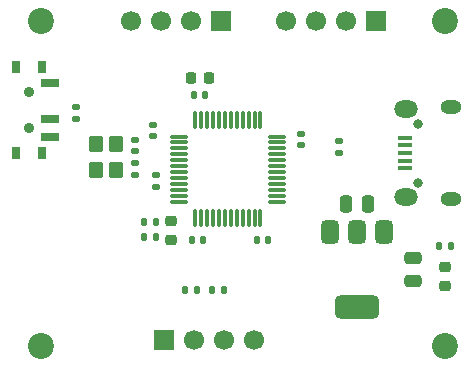
<source format=gbr>
%TF.GenerationSoftware,KiCad,Pcbnew,9.0.7*%
%TF.CreationDate,2026-02-01T18:49:21+05:30*%
%TF.ProjectId,stm32_Phils_lab,73746d33-325f-4506-9869-6c735f6c6162,rev?*%
%TF.SameCoordinates,Original*%
%TF.FileFunction,Soldermask,Top*%
%TF.FilePolarity,Negative*%
%FSLAX46Y46*%
G04 Gerber Fmt 4.6, Leading zero omitted, Abs format (unit mm)*
G04 Created by KiCad (PCBNEW 9.0.7) date 2026-02-01 18:49:21*
%MOMM*%
%LPD*%
G01*
G04 APERTURE LIST*
G04 Aperture macros list*
%AMRoundRect*
0 Rectangle with rounded corners*
0 $1 Rounding radius*
0 $2 $3 $4 $5 $6 $7 $8 $9 X,Y pos of 4 corners*
0 Add a 4 corners polygon primitive as box body*
4,1,4,$2,$3,$4,$5,$6,$7,$8,$9,$2,$3,0*
0 Add four circle primitives for the rounded corners*
1,1,$1+$1,$2,$3*
1,1,$1+$1,$4,$5*
1,1,$1+$1,$6,$7*
1,1,$1+$1,$8,$9*
0 Add four rect primitives between the rounded corners*
20,1,$1+$1,$2,$3,$4,$5,0*
20,1,$1+$1,$4,$5,$6,$7,0*
20,1,$1+$1,$6,$7,$8,$9,0*
20,1,$1+$1,$8,$9,$2,$3,0*%
G04 Aperture macros list end*
%ADD10R,1.500000X0.700000*%
%ADD11R,0.800000X1.000000*%
%ADD12C,0.900000*%
%ADD13C,2.200000*%
%ADD14RoundRect,0.250000X-0.350000X0.450000X-0.350000X-0.450000X0.350000X-0.450000X0.350000X0.450000X0*%
%ADD15RoundRect,0.075000X-0.662500X-0.075000X0.662500X-0.075000X0.662500X0.075000X-0.662500X0.075000X0*%
%ADD16RoundRect,0.075000X-0.075000X-0.662500X0.075000X-0.662500X0.075000X0.662500X-0.075000X0.662500X0*%
%ADD17RoundRect,0.375000X-0.375000X0.625000X-0.375000X-0.625000X0.375000X-0.625000X0.375000X0.625000X0*%
%ADD18RoundRect,0.500000X-1.400000X0.500000X-1.400000X-0.500000X1.400000X-0.500000X1.400000X0.500000X0*%
%ADD19RoundRect,0.135000X-0.135000X-0.185000X0.135000X-0.185000X0.135000X0.185000X-0.135000X0.185000X0*%
%ADD20RoundRect,0.135000X0.135000X0.185000X-0.135000X0.185000X-0.135000X-0.185000X0.135000X-0.185000X0*%
%ADD21RoundRect,0.135000X0.185000X-0.135000X0.185000X0.135000X-0.185000X0.135000X-0.185000X-0.135000X0*%
%ADD22R,1.700000X1.700000*%
%ADD23C,1.700000*%
%ADD24O,0.800000X0.800000*%
%ADD25R,1.300000X0.450000*%
%ADD26O,1.800000X1.150000*%
%ADD27O,2.000000X1.450000*%
%ADD28RoundRect,0.218750X-0.256250X0.218750X-0.256250X-0.218750X0.256250X-0.218750X0.256250X0.218750X0*%
%ADD29RoundRect,0.140000X0.170000X-0.140000X0.170000X0.140000X-0.170000X0.140000X-0.170000X-0.140000X0*%
%ADD30RoundRect,0.140000X-0.140000X-0.170000X0.140000X-0.170000X0.140000X0.170000X-0.140000X0.170000X0*%
%ADD31RoundRect,0.140000X0.140000X0.170000X-0.140000X0.170000X-0.140000X-0.170000X0.140000X-0.170000X0*%
%ADD32RoundRect,0.140000X-0.170000X0.140000X-0.170000X-0.140000X0.170000X-0.140000X0.170000X0.140000X0*%
%ADD33RoundRect,0.225000X-0.225000X-0.250000X0.225000X-0.250000X0.225000X0.250000X-0.225000X0.250000X0*%
%ADD34RoundRect,0.250000X0.475000X-0.250000X0.475000X0.250000X-0.475000X0.250000X-0.475000X-0.250000X0*%
%ADD35RoundRect,0.250000X-0.250000X-0.475000X0.250000X-0.475000X0.250000X0.475000X-0.250000X0.475000X0*%
G04 APERTURE END LIST*
D10*
%TO.C,SW1*%
X81750000Y-85000000D03*
X81750000Y-83500000D03*
X81750000Y-80500000D03*
D11*
X78890000Y-86400000D03*
X81100000Y-86400000D03*
D12*
X79990000Y-84250000D03*
X79990000Y-81250000D03*
D11*
X78890000Y-79100000D03*
X81100000Y-79100000D03*
%TD*%
D13*
%TO.C,H1*%
X81000000Y-102750000D03*
%TD*%
%TO.C,H4*%
X81000000Y-75250000D03*
%TD*%
%TO.C,H3*%
X115250000Y-75250000D03*
%TD*%
%TO.C,H2*%
X115250000Y-102750000D03*
%TD*%
D14*
%TO.C,Y1*%
X85650000Y-85670000D03*
X85650000Y-87870000D03*
X87350000Y-87870000D03*
X87350000Y-85670000D03*
%TD*%
D15*
%TO.C,U2*%
X92675000Y-85000000D03*
X92675000Y-85500000D03*
X92675000Y-86000000D03*
X92675000Y-86500000D03*
X92675000Y-87000000D03*
X92675000Y-87500000D03*
X92675000Y-88000000D03*
X92675000Y-88500000D03*
X92675000Y-89000000D03*
X92675000Y-89500000D03*
X92675000Y-90000000D03*
X92675000Y-90500000D03*
D16*
X94087500Y-91912500D03*
X94587500Y-91912500D03*
X95087500Y-91912500D03*
X95587500Y-91912500D03*
X96087500Y-91912500D03*
X96587500Y-91912500D03*
X97087500Y-91912500D03*
X97587500Y-91912500D03*
X98087500Y-91912500D03*
X98587500Y-91912500D03*
X99087500Y-91912500D03*
X99587500Y-91912500D03*
D15*
X101000000Y-90500000D03*
X101000000Y-90000000D03*
X101000000Y-89500000D03*
X101000000Y-89000000D03*
X101000000Y-88500000D03*
X101000000Y-88000000D03*
X101000000Y-87500000D03*
X101000000Y-87000000D03*
X101000000Y-86500000D03*
X101000000Y-86000000D03*
X101000000Y-85500000D03*
X101000000Y-85000000D03*
D16*
X99587500Y-83587500D03*
X99087500Y-83587500D03*
X98587500Y-83587500D03*
X98087500Y-83587500D03*
X97587500Y-83587500D03*
X97087500Y-83587500D03*
X96587500Y-83587500D03*
X96087500Y-83587500D03*
X95587500Y-83587500D03*
X95087500Y-83587500D03*
X94587500Y-83587500D03*
X94087500Y-83587500D03*
%TD*%
D17*
%TO.C,U1*%
X110050000Y-93100000D03*
X107750000Y-93100000D03*
D18*
X107750000Y-99400000D03*
D17*
X105450000Y-93100000D03*
%TD*%
D19*
%TO.C,R5*%
X95480000Y-98000000D03*
X96500000Y-98000000D03*
%TD*%
D20*
%TO.C,R4*%
X94250000Y-98000000D03*
X93230000Y-98000000D03*
%TD*%
D21*
%TO.C,R3*%
X106225000Y-86360000D03*
X106225000Y-85340000D03*
%TD*%
%TO.C,R2*%
X84000000Y-83510000D03*
X84000000Y-82490000D03*
%TD*%
D19*
%TO.C,R1*%
X114730000Y-94250000D03*
X115750000Y-94250000D03*
%TD*%
D22*
%TO.C,J4*%
X91440000Y-102250000D03*
D23*
X93980000Y-102250000D03*
X96520000Y-102250000D03*
X99060000Y-102250000D03*
%TD*%
D22*
%TO.C,J3*%
X109330000Y-75250000D03*
D23*
X106790000Y-75250000D03*
X104250000Y-75250000D03*
X101710000Y-75250000D03*
%TD*%
D22*
%TO.C,J2*%
X96250000Y-75250000D03*
D23*
X93710000Y-75250000D03*
X91170000Y-75250000D03*
X88630000Y-75250000D03*
%TD*%
D24*
%TO.C,J1*%
X112950000Y-88900000D03*
X112950000Y-83900000D03*
D25*
X111850000Y-87700000D03*
X111850000Y-87050000D03*
X111850000Y-86400000D03*
X111850000Y-85750000D03*
X111850000Y-85100000D03*
D26*
X115700000Y-90275000D03*
D27*
X111900000Y-90125000D03*
X111900000Y-82675000D03*
D26*
X115700000Y-82525000D03*
%TD*%
D28*
%TO.C,FB1*%
X92000000Y-92175000D03*
X92000000Y-93750000D03*
%TD*%
%TO.C,D1*%
X115250000Y-96062500D03*
X115250000Y-97637500D03*
%TD*%
D29*
%TO.C,C13*%
X89000000Y-88230000D03*
X89000000Y-87270000D03*
%TD*%
%TO.C,C12*%
X89000000Y-86250000D03*
X89000000Y-85290000D03*
%TD*%
D30*
%TO.C,C11*%
X93770000Y-93750000D03*
X94730000Y-93750000D03*
%TD*%
D31*
%TO.C,C10*%
X90730000Y-93500000D03*
X89770000Y-93500000D03*
%TD*%
%TO.C,C9*%
X90730000Y-92250000D03*
X89770000Y-92250000D03*
%TD*%
D29*
%TO.C,C8*%
X90750000Y-89230000D03*
X90750000Y-88270000D03*
%TD*%
D30*
%TO.C,C7*%
X94880000Y-81500000D03*
X93920000Y-81500000D03*
%TD*%
D32*
%TO.C,C6*%
X103000000Y-84770000D03*
X103000000Y-85730000D03*
%TD*%
D31*
%TO.C,C5*%
X100230000Y-93750000D03*
X99270000Y-93750000D03*
%TD*%
D29*
%TO.C,C4*%
X90500000Y-84980000D03*
X90500000Y-84020000D03*
%TD*%
D33*
%TO.C,C3*%
X93700000Y-80000000D03*
X95250000Y-80000000D03*
%TD*%
D34*
%TO.C,C2*%
X112500000Y-97200000D03*
X112500000Y-95300000D03*
%TD*%
D35*
%TO.C,C1*%
X106800000Y-90750000D03*
X108700000Y-90750000D03*
%TD*%
M02*

</source>
